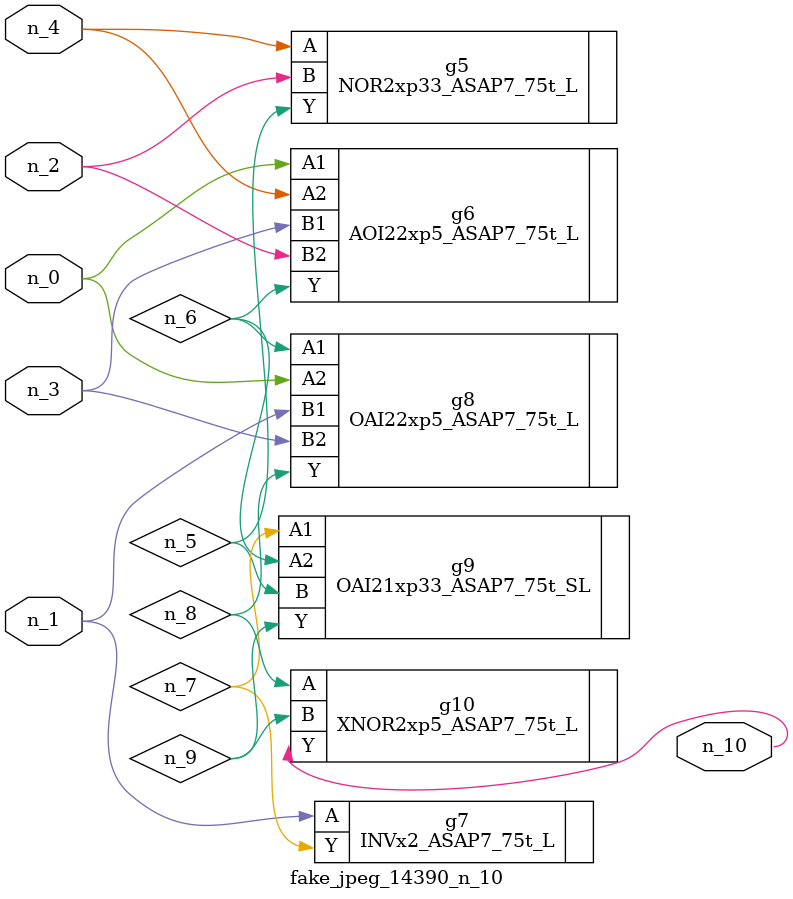
<source format=v>
module fake_jpeg_14390_n_10 (n_3, n_2, n_1, n_0, n_4, n_10);

input n_3;
input n_2;
input n_1;
input n_0;
input n_4;

output n_10;

wire n_8;
wire n_9;
wire n_6;
wire n_5;
wire n_7;

NOR2xp33_ASAP7_75t_L g5 ( 
.A(n_4),
.B(n_2),
.Y(n_5)
);

AOI22xp5_ASAP7_75t_L g6 ( 
.A1(n_0),
.A2(n_4),
.B1(n_3),
.B2(n_2),
.Y(n_6)
);

INVx2_ASAP7_75t_L g7 ( 
.A(n_1),
.Y(n_7)
);

OAI22xp5_ASAP7_75t_L g8 ( 
.A1(n_6),
.A2(n_0),
.B1(n_1),
.B2(n_3),
.Y(n_8)
);

XNOR2xp5_ASAP7_75t_L g10 ( 
.A(n_8),
.B(n_9),
.Y(n_10)
);

OAI21xp33_ASAP7_75t_SL g9 ( 
.A1(n_7),
.A2(n_6),
.B(n_5),
.Y(n_9)
);


endmodule
</source>
